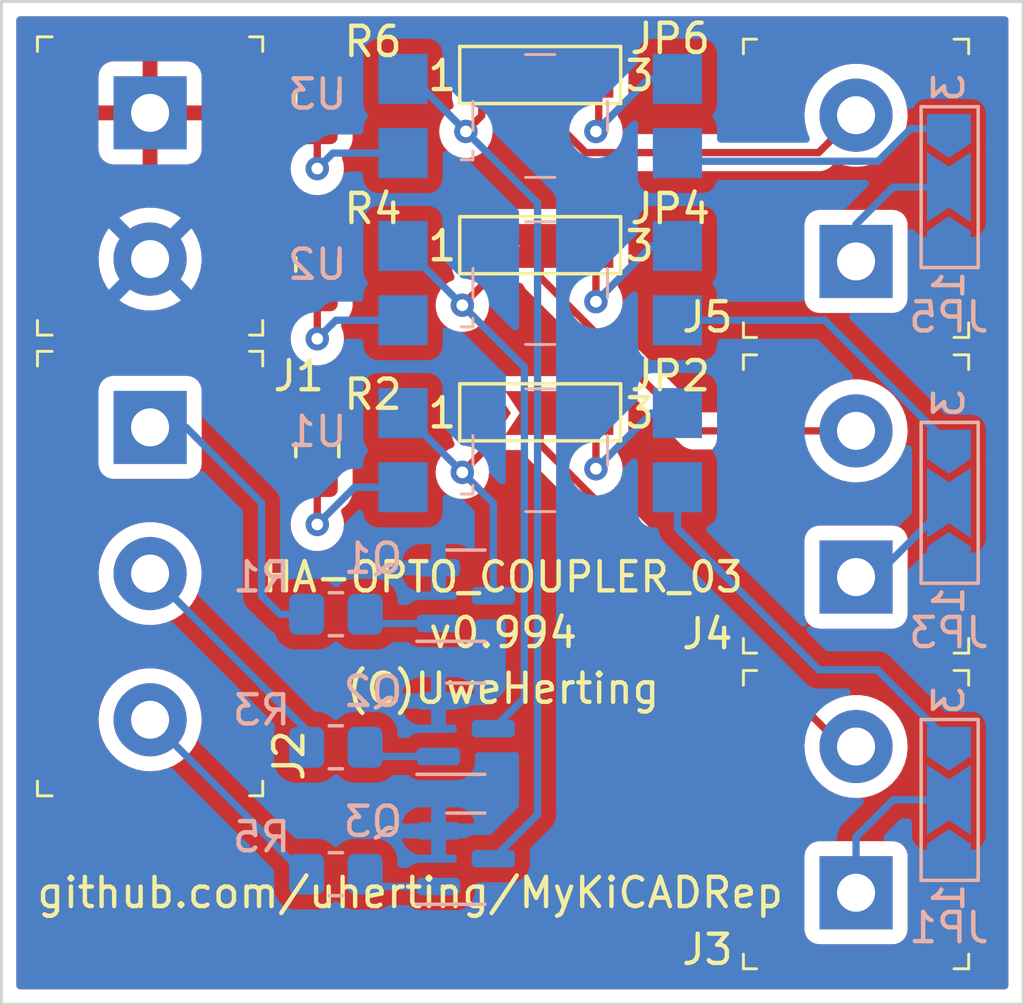
<source format=kicad_pcb>
(kicad_pcb (version 20210824) (generator pcbnew)
  (title_block (title "HA_OPTO_COUPLER_03") (date "2021-08-26") (rev "0.994"))
  (layers (0 "F.Cu" signal) (31 "B.Cu" signal) (34 "B.Paste" user) (35 "F.Paste" user) (36 "B.SilkS" user "B.Silkscreen") (37 "F.SilkS" user "F.Silkscreen") (38 "B.Mask" user) (39 "F.Mask" user) (44 "Edge.Cuts" user))
  (net 0 "")
  (net 1 "GPIO_1")
  (net 2 "GPIO_2")
  (net 3 "Net-(J3-Pad1)")
  (net 4 "Net-(J3-Pad2)")
  (net 5 "Net-(J4-Pad1)")
  (net 6 "Net-(J4-Pad2)")
  (net 7 "Net-(J5-Pad1)")
  (net 8 "Net-(J5-Pad2)")
  (net 9 "VCC")
  (net 10 "GND")
  (net 11 "Net-(JP1-Pad3)")
  (net 12 "Net-(JP2-Pad1)")
  (net 13 "Net-(JP2-Pad3)")
  (net 14 "Net-(JP3-Pad3)")
  (net 15 "Net-(JP4-Pad1)")
  (net 16 "Net-(JP4-Pad3)")
  (net 17 "Net-(JP5-Pad3)")
  (net 18 "Net-(JP6-Pad1)")
  (net 19 "Net-(JP6-Pad3)")
  (net 20 "Net-(Q3-Pad1)")
  (net 21 "Net-(Q2-Pad1)")
  (net 22 "Net-(Q1-Pad1)")
  (net 23 "Net-(R2-Pad1)")
  (net 24 "Net-(R4-Pad1)")
  (net 25 "Net-(R6-Pad1)")
  (net 26 "GPIO_3")
  (footprint "UH_HA:Copyright-Uwe_Herting" (layer "F.Cu") (at 154.305 107.315)
    (fp_text reference "T2" hide)
    (fp_text value "(C)UweHerting" (at 0 -1.27 unlocked) (layer "F.SilkS"))
  )
  (footprint "UH_HA:Term_Block_1x2_P5mm" (layer "F.Cu") (at 142.24 86.36 -90)
    (fp_text reference "J1" (at 8.995489 -5.08 180) (layer "F.SilkS"))
    (fp_text value "TerminalBlock_2pin" hide)
    (fp_line (start 7.6 3.85) (end 7.6 3.35) (layer "F.SilkS") (width 0.1))
    (fp_line (start -2.6 -3.85) (end -2.6 -3.4) (layer "F.SilkS") (width 0.1))
    (fp_line (start 7.6 3.85) (end 7.1 3.85) (layer "F.SilkS") (width 0.1))
    (fp_line (start -2.6 3.85) (end -2.1 3.85) (layer "F.SilkS") (width 0.1))
    (fp_line (start -2.6 3.85) (end -2.6 3.35) (layer "F.SilkS") (width 0.1))
    (fp_line (start 7.6 -3.85) (end 7.1 -3.85) (layer "F.SilkS") (width 0.1))
    (fp_line (start -2.6 -3.85) (end -2.1 -3.85) (layer "F.SilkS") (width 0.1))
    (fp_line (start 7.6 -3.85) (end 7.6 -3.4) (layer "F.SilkS") (width 0.1))
    (pad "1" thru_hole rect locked (at 0 0 270) (size 2.5 2.5) (drill 1.3) (layers *.Cu *.Mask) (net 9 "VCC"))
    (pad "2" thru_hole circle locked (at 5 0 270) (size 2.5 2.5) (drill 1.3) (layers *.Cu *.Mask) (net 10 "GND"))
  )
  (footprint "Resistor_SMD:R_0805_2012Metric_Pad1.20x1.40mm_HandSolder" (layer "F.Cu") (at 147.955 97.895489 90)
    (fp_text reference "R2" (at 1.905 1.905) (layer "F.SilkS"))
    (fp_text value "200" hide)
    (fp_line (start -0.227064 0.735) (end 0.227064 0.735) (layer "F.SilkS") (width 0.12))
    (fp_line (start -0.227064 -0.735) (end 0.227064 -0.735) (layer "F.SilkS") (width 0.12))
    (pad "1" smd roundrect locked (at -1 0 90) (size 1.2 1.4) (layers "F.Cu" "F.Paste" "F.Mask") (roundrect_rratio 0.2083333333) (net 23 "Net-(R2-Pad1)"))
    (pad "2" smd roundrect locked (at 1 0 90) (size 1.2 1.4) (layers "F.Cu" "F.Paste" "F.Mask") (roundrect_rratio 0.2083333333) (net 9 "VCC"))
  )
  (footprint "UH_HA:PCB_Version" (layer "F.Cu") (at 154.305 105.41)
    (fp_text reference "T4" hide)
    (fp_text value "v0.994" (at 0 -1.27 unlocked) (layer "F.SilkS"))
  )
  (footprint "Resistor_SMD:R_0805_2012Metric_Pad1.20x1.40mm_HandSolder" (layer "F.Cu") (at 147.955 85.830489 90)
    (fp_text reference "R6" (at 1.905 1.905 180) (layer "F.SilkS"))
    (fp_text value "200" hide)
    (fp_line (start -0.227064 0.735) (end 0.227064 0.735) (layer "F.SilkS") (width 0.12))
    (fp_line (start -0.227064 -0.735) (end 0.227064 -0.735) (layer "F.SilkS") (width 0.12))
    (pad "1" smd roundrect locked (at -1 0 90) (size 1.2 1.4) (layers "F.Cu" "F.Paste" "F.Mask") (roundrect_rratio 0.2083333333) (net 25 "Net-(R6-Pad1)"))
    (pad "2" smd roundrect locked (at 1 0 90) (size 1.2 1.4) (layers "F.Cu" "F.Paste" "F.Mask") (roundrect_rratio 0.2083333333) (net 9 "VCC"))
  )
  (footprint "UH_HA:Term_Block_1x2_P5mm" (layer "F.Cu") (at 166.37 113.03 90)
    (fp_text reference "J3" (at -1.945 -5.08) (layer "F.SilkS"))
    (fp_text value "TerminalBlock_2pin" hide)
    (fp_line (start -2.6 3.85) (end -2.1 3.85) (layer "F.SilkS") (width 0.1))
    (fp_line (start -2.6 -3.85) (end -2.1 -3.85) (layer "F.SilkS") (width 0.1))
    (fp_line (start 7.6 -3.85) (end 7.1 -3.85) (layer "F.SilkS") (width 0.1))
    (fp_line (start -2.6 -3.85) (end -2.6 -3.4) (layer "F.SilkS") (width 0.1))
    (fp_line (start 7.6 3.85) (end 7.1 3.85) (layer "F.SilkS") (width 0.1))
    (fp_line (start 7.6 3.85) (end 7.6 3.35) (layer "F.SilkS") (width 0.1))
    (fp_line (start 7.6 -3.85) (end 7.6 -3.4) (layer "F.SilkS") (width 0.1))
    (fp_line (start -2.6 3.85) (end -2.6 3.35) (layer "F.SilkS") (width 0.1))
    (pad "1" thru_hole rect locked (at 0 0 90) (size 2.5 2.5) (drill 1.3) (layers *.Cu *.Mask) (net 3 "Net-(J3-Pad1)"))
    (pad "2" thru_hole circle locked (at 5 0 90) (size 2.5 2.5) (drill 1.3) (layers *.Cu *.Mask) (net 4 "Net-(J3-Pad2)"))
  )
  (footprint "UH_HA:Term_Block_1x2_P5mm" (layer "F.Cu") (at 166.37 91.44 90)
    (fp_text reference "J5" (at -1.905 -5.08 180) (layer "F.SilkS"))
    (fp_text value "TerminalBlock_2pin" hide)
    (fp_line (start -2.6 3.85) (end -2.6 3.35) (layer "F.SilkS") (width 0.1))
    (fp_line (start -2.6 3.85) (end -2.1 3.85) (layer "F.SilkS") (width 0.1))
    (fp_line (start 7.6 -3.85) (end 7.1 -3.85) (layer "F.SilkS") (width 0.1))
    (fp_line (start -2.6 -3.85) (end -2.6 -3.4) (layer "F.SilkS") (width 0.1))
    (fp_line (start 7.6 3.85) (end 7.1 3.85) (layer "F.SilkS") (width 0.1))
    (fp_line (start 7.6 -3.85) (end 7.6 -3.4) (layer "F.SilkS") (width 0.1))
    (fp_line (start -2.6 -3.85) (end -2.1 -3.85) (layer "F.SilkS") (width 0.1))
    (fp_line (start 7.6 3.85) (end 7.6 3.35) (layer "F.SilkS") (width 0.1))
    (pad "1" thru_hole rect locked (at 0 0 90) (size 2.5 2.5) (drill 1.3) (layers *.Cu *.Mask) (net 7 "Net-(J5-Pad1)"))
    (pad "2" thru_hole circle locked (at 5 0 90) (size 2.5 2.5) (drill 1.3) (layers *.Cu *.Mask) (net 8 "Net-(J5-Pad2)"))
  )
  (footprint "UH_HA:Term_Block_1x3_P5mm" (layer "F.Cu") (at 142.24 97.115 -90)
    (fp_text reference "J2" (at 11.220489 -4.75 -90) (layer "F.SilkS"))
    (fp_text value "TerminalBlock_3pin" hide)
    (fp_line (start 12.6 3.85) (end 12.6 3.35) (layer "F.SilkS") (width 0.1))
    (fp_line (start -2.6 3.85) (end -2.6 3.35) (layer "F.SilkS") (width 0.1))
    (fp_line (start -2.6 -3.85) (end -2.1 -3.85) (layer "F.SilkS") (width 0.1))
    (fp_line (start -2.6 -3.85) (end -2.6 -3.4) (layer "F.SilkS") (width 0.1))
    (fp_line (start 12.6 -3.85) (end 12.1 -3.85) (layer "F.SilkS") (width 0.1))
    (fp_line (start -2.6 3.85) (end -2.1 3.85) (layer "F.SilkS") (width 0.1))
    (fp_line (start 12.6 3.85) (end 12.1 3.85) (layer "F.SilkS") (width 0.1))
    (fp_line (start 12.6 -3.85) (end 12.6 -3.4) (layer "F.SilkS") (width 0.1))
    (pad "1" thru_hole rect locked (at 0 0 270) (size 2.5 2.5) (drill 1.3) (layers *.Cu *.Mask) (net 1 "GPIO_1"))
    (pad "2" thru_hole circle locked (at 5 0 270) (size 2.5 2.5) (drill 1.3) (layers *.Cu *.Mask) (net 2 "GPIO_2"))
    (pad "3" thru_hole circle locked (at 10 0 270) (size 2.5 2.5) (drill 1.3) (layers *.Cu *.Mask) (net 26 "GPIO_3"))
  )
  (footprint "UH_HA:SolderJumper-3_P2.0mm_Open_TrianglePad1.0x1.5mm_NumberLabels" (layer "F.Cu") (at 155.575 90.910489)
    (fp_text reference "JP4" (at 4.445 -1.27) (layer "F.SilkS"))
    (fp_text value "SolderJumper_3_Open" hide)
    (fp_text user "1" (at -3.35 0) (layer "F.SilkS"))
    (fp_text user "3" (at 3.4 0) (layer "F.SilkS"))
    (fp_line (start 2.75 -1) (end 2.75 0.95) (layer "F.SilkS") (width 0.12))
    (fp_line (start -2.75 0.95) (end -2.75 -1) (layer "F.SilkS") (width 0.12))
    (fp_line (start 2.75 0.95) (end -2.75 0.95) (layer "F.SilkS") (width 0.12))
    (fp_line (start -2.75 -1) (end 2.75 -1) (layer "F.SilkS") (width 0.12))
    (pad "1" smd custom locked (at -2 0) (size 0.3 0.3) (layers "F.Cu" "F.Mask") (net 15 "Net-(JP4-Pad1)") (options (clearance outline) (anchor rect)) (primitives (gr_poly (pts (xy 1 0) (xy 0.5 0.75) (xy -0.5 0.75) (xy -0.5 -0.75) (xy 0.5 -0.75)) (width 0) (fill yes))))
    (pad "2" smd custom locked (at 0 0) (size 0.3 0.3) (layers "F.Cu") (net 6 "Net-(J4-Pad2)") (options (clearance outline) (anchor rect)) (primitives (gr_poly (pts (xy 0.7 0) (xy 1.2 0.75) (xy -1.2 0.75) (xy -0.7 0) (xy -1.2 -0.75) (xy 1.2 -0.75)) (width 0) (fill yes))))
    (pad "3" smd custom locked (at 2 0 180) (size 0.3 0.3) (layers "F.Cu" "F.Mask") (net 16 "Net-(JP4-Pad3)") (options (clearance outline) (anchor rect)) (primitives (gr_poly (pts (xy 1 0) (xy 0.5 0.75) (xy -0.5 0.75) (xy -0.5 -0.75) (xy 0.5 -0.75)) (width 0) (fill yes))))
  )
  (footprint "UH_HA:Term_Block_1x2_P5mm" (layer "F.Cu") (at 166.37 102.235 90)
    (fp_text reference "J4" (at -1.945 -5.08) (layer "F.SilkS"))
    (fp_text value "TerminalBlock_2pin" hide)
    (fp_line (start 7.6 -3.85) (end 7.6 -3.4) (layer "F.SilkS") (width 0.1))
    (fp_line (start -2.6 3.85) (end -2.1 3.85) (layer "F.SilkS") (width 0.1))
    (fp_line (start -2.6 -3.85) (end -2.1 -3.85) (layer "F.SilkS") (width 0.1))
    (fp_line (start 7.6 3.85) (end 7.6 3.35) (layer "F.SilkS") (width 0.1))
    (fp_line (start -2.6 3.85) (end -2.6 3.35) (layer "F.SilkS") (width 0.1))
    (fp_line (start 7.6 3.85) (end 7.1 3.85) (layer "F.SilkS") (width 0.1))
    (fp_line (start -2.6 -3.85) (end -2.6 -3.4) (layer "F.SilkS") (width 0.1))
    (fp_line (start 7.6 -3.85) (end 7.1 -3.85) (layer "F.SilkS") (width 0.1))
    (pad "1" thru_hole rect locked (at 0 0 90) (size 2.5 2.5) (drill 1.3) (layers *.Cu *.Mask) (net 5 "Net-(J4-Pad1)"))
    (pad "2" thru_hole circle locked (at 5 0 90) (size 2.5 2.5) (drill 1.3) (layers *.Cu *.Mask) (net 6 "Net-(J4-Pad2)"))
  )
  (footprint "UH_HA:GithubLink_UH" (layer "F.Cu") (at 151.13 114.3)
    (fp_text reference "T3" hide)
    (fp_text value "github.com/uherting/MyKiCADRep" (at 0 -1.27 unlocked) (layer "F.SilkS"))
  )
  (footprint "UH_HA:SolderJumper-3_P2.0mm_Open_TrianglePad1.0x1.5mm_NumberLabels" (layer "F.Cu") (at 155.575 85.09)
    (fp_text reference "JP6" (at 4.445 -1.27) (layer "F.SilkS"))
    (fp_text value "SolderJumper_3_Open" hide)
    (fp_text user "1" (at -3.35 0) (layer "F.SilkS"))
    (fp_text user "3" (at 3.4 0) (layer "F.SilkS"))
    (fp_line (start -2.75 -1) (end 2.75 -1) (layer "F.SilkS") (width 0.12))
    (fp_line (start -2.75 0.95) (end -2.75 -1) (layer "F.SilkS") (width 0.12))
    (fp_line (start 2.75 0.95) (end -2.75 0.95) (layer "F.SilkS") (width 0.12))
    (fp_line (start 2.75 -1) (end 2.75 0.95) (layer "F.SilkS") (width 0.12))
    (pad "1" smd custom locked (at -2 0) (size 0.3 0.3) (layers "F.Cu" "F.Mask") (net 18 "Net-(JP6-Pad1)") (options (clearance outline) (anchor rect)) (primitives (gr_poly (pts (xy 1 0) (xy 0.5 0.75) (xy -0.5 0.75) (xy -0.5 -0.75) (xy 0.5 -0.75)) (width 0) (fill yes))))
    (pad "2" smd custom locked (at 0 0) (size 0.3 0.3) (layers "F.Cu") (net 8 "Net-(J5-Pad2)") (options (clearance outline) (anchor rect)) (primitives (gr_poly (pts (xy 0.7 0) (xy 1.2 0.75) (xy -1.2 0.75) (xy -0.7 0) (xy -1.2 -0.75) (xy 1.2 -0.75)) (width 0) (fill yes))))
    (pad "3" smd custom locked (at 2 0 180) (size 0.3 0.3) (layers "F.Cu" "F.Mask") (net 19 "Net-(JP6-Pad3)") (options (clearance outline) (anchor rect)) (primitives (gr_poly (pts (xy 1 0) (xy 0.5 0.75) (xy -0.5 0.75) (xy -0.5 -0.75) (xy 0.5 -0.75)) (width 0) (fill yes))))
  )
  (footprint "UH_HA:PCB_Name" (layer "F.Cu") (at 154.305 103.505)
    (fp_text reference "T1" hide)
    (fp_text value "HA-OPTO_COUPLER_03" (at 0 -1.27 unlocked) (layer "F.SilkS") (effects (font (size 1 0.95))))
  )
  (footprint "UH_HA:SolderJumper-3_P2.0mm_Open_TrianglePad1.0x1.5mm_NumberLabels" (layer "F.Cu") (at 155.575 96.625489)
    (fp_text reference "JP2" (at 4.445 -1.27) (layer "F.SilkS"))
    (fp_text value "SolderJumper_3_Open" hide)
    (fp_text user "1" (at -3.35 0) (layer "F.SilkS"))
    (fp_text user "3" (at 3.4 0) (layer "F.SilkS"))
    (fp_line (start -2.75 0.95) (end -2.75 -1) (layer "F.SilkS") (width 0.12))
    (fp_line (start 2.75 0.95) (end -2.75 0.95) (layer "F.SilkS") (width 0.12))
    (fp_line (start 2.75 -1) (end 2.75 0.95) (layer "F.SilkS") (width 0.12))
    (fp_line (start -2.75 -1) (end 2.75 -1) (layer "F.SilkS") (width 0.12))
    (pad "1" smd custom locked (at -2 0) (size 0.3 0.3) (layers "F.Cu" "F.Mask") (net 12 "Net-(JP2-Pad1)") (options (clearance outline) (anchor rect)) (primitives (gr_poly (pts (xy 1 0) (xy 0.5 0.75) (xy -0.5 0.75) (xy -0.5 -0.75) (xy 0.5 -0.75)) (width 0) (fill yes))))
    (pad "2" smd custom locked (at 0 0) (size 0.3 0.3) (layers "F.Cu") (net 4 "Net-(J3-Pad2)") (options (clearance outline) (anchor rect)) (primitives (gr_poly (pts (xy 0.7 0) (xy 1.2 0.75) (xy -1.2 0.75) (xy -0.7 0) (xy -1.2 -0.75) (xy 1.2 -0.75)) (width 0) (fill yes))))
    (pad "3" smd custom locked (at 2 0 180) (size 0.3 0.3) (layers "F.Cu" "F.Mask") (net 13 "Net-(JP2-Pad3)") (options (clearance outline) (anchor rect)) (primitives (gr_poly (pts (xy 1 0) (xy 0.5 0.75) (xy -0.5 0.75) (xy -0.5 -0.75) (xy 0.5 -0.75)) (width 0) (fill yes))))
  )
  (footprint "Resistor_SMD:R_0805_2012Metric_Pad1.20x1.40mm_HandSolder" (layer "F.Cu") (at 147.955 91.545489 90)
    (fp_text reference "R4" (at 1.905 1.905) (layer "F.SilkS"))
    (fp_text value "200" hide)
    (fp_line (start -0.227064 0.735) (end 0.227064 0.735) (layer "F.SilkS") (width 0.12))
    (fp_line (start -0.227064 -0.735) (end 0.227064 -0.735) (layer "F.SilkS") (width 0.12))
    (pad "1" smd roundrect locked (at -1 0 90) (size 1.2 1.4) (layers "F.Cu" "F.Paste" "F.Mask") (roundrect_rratio 0.2083333333) (net 24 "Net-(R4-Pad1)"))
    (pad "2" smd roundrect locked (at 1 0 90) (size 1.2 1.4) (layers "F.Cu" "F.Paste" "F.Mask") (roundrect_rratio 0.2083333333) (net 9 "VCC"))
  )
  (footprint "UH_HA:EL817-S1T" (layer "B.Cu") (at 155.575 92.180489)
    (fp_text reference "U2" (at -7.62 -0.635 180) (layer "B.SilkS") (effects (justify mirror)))
    (fp_text value "EL817" hide)
    (fp_line (start 0 2.1) (end 0.5 2.1) (layer "B.SilkS") (width 0.1))
    (fp_line (start 2.3 0) (end 2.3 0.5) (layer "B.SilkS") (width 0.1))
    (fp_line (start 0 2.1) (end -0.5 2.1) (layer "B.SilkS") (width 0.1))
    (fp_line (start -2.3 1.5) (end -2.3 1.2) (layer "B.SilkS") (width 0.1))
    (fp_line (start 2.3 0) (end 2.3 -0.5) (layer "B.SilkS") (width 0.1))
    (fp_line (start -2.3 0) (end -2.3 0.5) (layer "B.SilkS") (width 0.1))
    (fp_line (start -2.3 0) (end -2.3 -0.5) (layer "B.SilkS") (width 0.1))
    (fp_line (start -2.7 1.5) (end -2.3 1.5) (layer "B.SilkS") (width 0.1))
    (fp_line (start 0 -2.1) (end -0.5 -2.1) (layer "B.SilkS") (width 0.1))
    (fp_line (start 0 -2.1) (end 0.5 -2.1) (layer "B.SilkS") (width 0.1))
    (pad "1" smd rect locked (at -4.69 1.27) (size 1.68 1.71) (layers "B.Cu" "B.Paste" "B.Mask") (net 24 "Net-(R4-Pad1)"))
    (pad "2" smd rect locked (at -4.69 -1.27) (size 1.68 1.71) (layers "B.Cu" "B.Paste" "B.Mask") (net 15 "Net-(JP4-Pad1)"))
    (pad "3" smd rect locked (at 4.69 -1.27) (size 1.68 1.71) (layers "B.Cu" "B.Paste" "B.Mask") (net 16 "Net-(JP4-Pad3)"))
    (pad "4" smd rect locked (at 4.69 1.27) (size 1.68 1.71) (layers "B.Cu" "B.Paste" "B.Mask") (net 14 "Net-(JP3-Pad3)"))
  )
  (footprint "Resistor_SMD:R_0805_2012Metric_Pad1.20x1.40mm_HandSolder" (layer "B.Cu") (at 148.59 103.505)
    (fp_text reference "R1" (at -2.54 -1.27) (layer "B.SilkS") (effects (justify mirror)))
    (fp_text value "15k" hide)
    (fp_line (start -0.227064 0.735) (end 0.227064 0.735) (layer "B.SilkS") (width 0.12))
    (fp_line (start -0.227064 -0.735) (end 0.227064 -0.735) (layer "B.SilkS") (width 0.12))
    (pad "1" smd roundrect locked (at -1 0) (size 1.2 1.4) (layers "B.Cu" "B.Paste" "B.Mask") (roundrect_rratio 0.2083333333) (net 1 "GPIO_1"))
    (pad "2" smd roundrect locked (at 1 0) (size 1.2 1.4) (layers "B.Cu" "B.Paste" "B.Mask") (roundrect_rratio 0.2083333333) (net 22 "Net-(Q1-Pad1)"))
  )
  (footprint "UH_HA:EL817-S1T" (layer "B.Cu") (at 155.575 97.895489)
    (fp_text reference "U1" (at -7.62 -0.635 180) (layer "B.SilkS") (effects (justify mirror)))
    (fp_text value "EL817" hide)
    (fp_line (start 0 2.1) (end 0.5 2.1) (layer "B.SilkS") (width 0.1))
    (fp_line (start 0 -2.1) (end 0.5 -2.1) (layer "B.SilkS") (width 0.1))
    (fp_line (start -2.3 0) (end -2.3 0.5) (layer "B.SilkS") (width 0.1))
    (fp_line (start -2.3 1.5) (end -2.3 1.2) (layer "B.SilkS") (width 0.1))
    (fp_line (start -2.7 1.5) (end -2.3 1.5) (layer "B.SilkS") (width 0.1))
    (fp_line (start 2.3 0) (end 2.3 0.5) (layer "B.SilkS") (width 0.1))
    (fp_line (start 0 2.1) (end -0.5 2.1) (layer "B.SilkS") (width 0.1))
    (fp_line (start -2.3 0) (end -2.3 -0.5) (layer "B.SilkS") (width 0.1))
    (fp_line (start 0 -2.1) (end -0.5 -2.1) (layer "B.SilkS") (width 0.1))
    (fp_line (start 2.3 0) (end 2.3 -0.5) (layer "B.SilkS") (width 0.1))
    (pad "1" smd rect locked (at -4.69 1.27) (size 1.68 1.71) (layers "B.Cu" "B.Paste" "B.Mask") (net 23 "Net-(R2-Pad1)"))
    (pad "2" smd rect locked (at -4.69 -1.27) (size 1.68 1.71) (layers "B.Cu" "B.Paste" "B.Mask") (net 12 "Net-(JP2-Pad1)"))
    (pad "3" smd rect locked (at 4.69 -1.27) (size 1.68 1.71) (layers "B.Cu" "B.Paste" "B.Mask") (net 13 "Net-(JP2-Pad3)"))
    (pad "4" smd rect locked (at 4.69 1.27) (size 1.68 1.71) (layers "B.Cu" "B.Paste" "B.Mask") (net 11 "Net-(JP1-Pad3)"))
  )
  (footprint "UH_HA:SolderJumper-3_P2.0mm_Open_TrianglePad1.0x1.5mm_NumberLabels" (layer "B.Cu") (at 169.545 99.695 90)
    (fp_text reference "JP3" (at -4.445 0) (layer "B.SilkS") (effects (justify mirror)))
    (fp_text value "SolderJumper_3_Open" hide)
    (fp_text user "1" (at -3.35 0 90) (layer "B.SilkS") (effects (justify mirror)))
    (fp_text user "3" (at 3.4 0 90) (layer "B.SilkS") (effects (justify mirror)))
    (fp_line (start -2.75 -0.95) (end -2.75 1) (layer "B.SilkS") (width 0.12))
    (fp_line (start -2.75 1) (end 2.75 1) (layer "B.SilkS") (width 0.12))
    (fp_line (start 2.75 1) (end 2.75 -0.95) (layer "B.SilkS") (width 0.12))
    (fp_line (start 2.75 -0.95) (end -2.75 -0.95) (layer "B.SilkS") (width 0.12))
    (pad "1" smd custom locked (at -2 0 90) (size 0.3 0.3) (layers "B.Cu" "B.Mask") (net 10 "GND") (options (clearance outline) (anchor rect)) (primitives (gr_poly (pts (xy 1 0) (xy 0.5 0.75) (xy -0.5 0.75) (xy -0.5 -0.75) (xy 0.5 -0.75)) (width 0) (fill yes))))
    (pad "2" smd custom locked (at 0 0 90) (size 0.3 0.3) (layers "B.Cu") (net 5 "Net-(J4-Pad1)") (options (clearance outline) (anchor rect)) (primitives (gr_poly (pts (xy 0.7 0) (xy 1.2 0.75) (xy -1.2 0.75) (xy -0.7 0) (xy -1.2 -0.75) (xy 1.2 -0.75)) (width 0) (fill yes))))
    (pad "3" smd custom locked (at 2 0 270) (size 0.3 0.3) (layers "B.Cu" "B.Mask") (net 14 "Net-(JP3-Pad3)") (options (clearance outline) (anchor rect)) (primitives (gr_poly (pts (xy 1 0) (xy 0.5 0.75) (xy -0.5 0.75) (xy -0.5 -0.75) (xy 0.5 -0.75)) (width 0) (fill yes))))
  )
  (footprint "Resistor_SMD:R_0805_2012Metric_Pad1.20x1.40mm_HandSolder" (layer "B.Cu") (at 148.59 108.055489)
    (fp_text reference "R3" (at -2.54 -1.27) (layer "B.SilkS") (effects (justify mirror)))
    (fp_text value "15k" hide)
    (fp_line (start -0.227064 0.735) (end 0.227064 0.735) (layer "B.SilkS") (width 0.12))
    (fp_line (start -0.227064 -0.735) (end 0.227064 -0.735) (layer "B.SilkS") (width 0.12))
    (pad "1" smd roundrect locked (at -1 0) (size 1.2 1.4) (layers "B.Cu" "B.Paste" "B.Mask") (roundrect_rratio 0.2083333333) (net 2 "GPIO_2"))
    (pad "2" smd roundrect locked (at 1 0) (size 1.2 1.4) (layers "B.Cu" "B.Paste" "B.Mask") (roundrect_rratio 0.2083333333) (net 21 "Net-(Q2-Pad1)"))
  )
  (footprint "UH_HA:SOT-23" (layer "B.Cu") (at 153.035 107.420489)
    (fp_text reference "Q2" (at -3.175 -1.27 180) (layer "B.SilkS") (effects (justify mirror)))
    (fp_text value "MMBT3904" hide)
    (fp_line (start 0 1.56) (end -1.675 1.56) (layer "B.SilkS") (width 0.12))
    (fp_line (start 0 1.56) (end 0.65 1.56) (layer "B.SilkS") (width 0.12))
    (fp_line (start 0 -1.56) (end -0.65 -1.56) (layer "B.SilkS") (width 0.12))
    (fp_line (start 0 -1.56) (end 0.65 -1.56) (layer "B.SilkS") (width 0.12))
    (pad "1" smd roundrect locked (at -0.9375 0.95) (size 1.475 0.6) (layers "B.Cu" "B.Paste" "B.Mask") (net 21 "Net-(Q2-Pad1)"))
    (pad "2" smd roundrect locked (at -0.9375 -0.95) (size 1.475 0.6) (layers "B.Cu" "B.Paste" "B.Mask") (net 10 "GND"))
    (pad "3" smd roundrect locked (at 0.9375 0) (size 1.475 0.6) (layers "B.Cu" "B.Paste" "B.Mask") (net 15 "Net-(JP4-Pad1)"))
  )
  (footprint "UH_HA:SolderJumper-3_P2.0mm_Open_TrianglePad1.0x1.5mm_NumberLabels" (layer "B.Cu") (at 169.545 88.9 90)
    (fp_text reference "JP5" (at -4.445 0) (layer "B.SilkS") (effects (justify mirror)))
    (fp_text value "SolderJumper_3_Open" hide)
    (fp_text user "1" (at -3.35 0 90) (layer "B.SilkS") (effects (justify mirror)))
    (fp_text user "3" (at 3.4 0 90) (layer "B.SilkS") (effects (justify mirror)))
    (fp_line (start -2.75 -0.95) (end -2.75 1) (layer "B.SilkS") (width 0.12))
    (fp_line (start 2.75 -0.95) (end -2.75 -0.95) (layer "B.SilkS") (width 0.12))
    (fp_line (start 2.75 1) (end 2.75 -0.95) (layer "B.SilkS") (width 0.12))
    (fp_line (start -2.75 1) (end 2.75 1) (layer "B.SilkS") (width 0.12))
    (pad "1" smd custom locked (at -2 0 90) (size 0.3 0.3) (layers "B.Cu" "B.Mask") (net 10 "GND") (options (clearance outline) (anchor rect)) (primitives (gr_poly (pts (xy 1 0) (xy 0.5 0.75) (xy -0.5 0.75) (xy -0.5 -0.75) (xy 0.5 -0.75)) (width 0) (fill yes))))
    (pad "2" smd custom locked (at 0 0 90) (size 0.3 0.3) (layers "B.Cu") (net 7 "Net-(J5-Pad1)") (options (clearance outline) (anchor rect)) (primitives (gr_poly (pts (xy 0.7 0) (xy 1.2 0.75) (xy -1.2 0.75) (xy -0.7 0) (xy -1.2 -0.75) (xy 1.2 -0.75)) (width 0) (fill yes))))
    (pad "3" smd custom locked (at 2 0 270) (size 0.3 0.3) (layers "B.Cu" "B.Mask") (net 17 "Net-(JP5-Pad3)") (options (clearance outline) (anchor rect)) (primitives (gr_poly (pts (xy 1 0) (xy 0.5 0.75) (xy -0.5 0.75) (xy -0.5 -0.75) (xy 0.5 -0.75)) (width 0) (fill yes))))
  )
  (footprint "UH_HA:SOT-23" (layer "B.Cu") (at 153.035 111.865489)
    (fp_text reference "Q3" (at -3.175 -1.27) (layer "B.SilkS") (effects (justify mirror)))
    (fp_text value "MMBT3904" hide)
    (fp_line (start 0 -1.56) (end -0.65 -1.56) (layer "B.SilkS") (width 0.12))
    (fp_line (start 0 1.56) (end 0.65 1.56) (layer "B.SilkS") (width 0.12))
    (fp_line (start 0 -1.56) (end 0.65 -1.56) (layer "B.SilkS") (width 0.12))
    (fp_line (start 0 1.56) (end -1.675 1.56) (layer "B.SilkS") (width 0.12))
    (pad "1" smd roundrect locked (at -0.9375 0.95) (size 1.475 0.6) (layers "B.Cu" "B.Paste" "B.Mask") (net 20 "Net-(Q3-Pad1)"))
    (pad "2" smd roundrect locked (at -0.9375 -0.95) (size 1.475 0.6) (layers "B.Cu" "B.Paste" "B.Mask") (net 10 "GND"))
    (pad "3" smd roundrect locked (at 0.9375 0) (size 1.475 0.6) (layers "B.Cu" "B.Paste" "B.Mask") (net 18 "Net-(JP6-Pad1)"))
  )
  (footprint "UH_HA:EL817-S1T" (layer "B.Cu") (at 155.575 86.465489)
    (fp_text reference "U3" (at -7.62 -0.740489) (layer "B.SilkS") (effects (justify mirror)))
    (fp_text value "EL817" hide)
    (fp_line (start 2.3 0) (end 2.3 0.5) (layer "B.SilkS") (width 0.1))
    (fp_line (start -2.3 1.5) (end -2.3 1.2) (layer "B.SilkS") (width 0.1))
    (fp_line (start 0 2.1) (end -0.5 2.1) (layer "B.SilkS") (width 0.1))
    (fp_line (start -2.7 1.5) (end -2.3 1.5) (layer "B.SilkS") (width 0.1))
    (fp_line (start 0 -2.1) (end 0.5 -2.1) (layer "B.SilkS") (width 0.1))
    (fp_line (start -2.3 0) (end -2.3 -0.5) (layer "B.SilkS") (width 0.1))
    (fp_line (start 0 -2.1) (end -0.5 -2.1) (layer "B.SilkS") (width 0.1))
    (fp_line (start -2.3 0) (end -2.3 0.5) (layer "B.SilkS") (width 0.1))
    (fp_line (start 0 2.1) (end 0.5 2.1) (layer "B.SilkS") (width 0.1))
    (fp_line (start 2.3 0) (end 2.3 -0.5) (layer "B.SilkS") (width 0.1))
    (pad "1" smd rect locked (at -4.69 1.27) (size 1.68 1.71) (layers "B.Cu" "B.Paste" "B.Mask") (net 25 "Net-(R6-Pad1)"))
    (pad "2" smd rect locked (at -4.69 -1.27) (size 1.68 1.71) (layers "B.Cu" "B.Paste" "B.Mask") (net 18 "Net-(JP6-Pad1)"))
    (pad "3" smd rect locked (at 4.69 -1.27) (size 1.68 1.71) (layers "B.Cu" "B.Paste" "B.Mask") (net 19 "Net-(JP6-Pad3)"))
    (pad "4" smd rect locked (at 4.69 1.27) (size 1.68 1.71) (layers "B.Cu" "B.Paste" "B.Mask") (net 17 "Net-(JP5-Pad3)"))
  )
  (footprint "UH_HA:SOT-23" (layer "B.Cu") (at 153.035 102.87)
    (fp_text reference "Q1" (at -3.175 -1.27 180) (layer "B.SilkS") (effects (justify mirror)))
    (fp_text value "MMBT3904" hide)
    (fp_line (start 0 -1.56) (end -0.65 -1.56) (layer "B.SilkS") (width 0.12))
    (fp_line (start 0 1.56) (end 0.65 1.56) (layer "B.SilkS") (width 0.12))
    (fp_line (start 0 1.56) (end -1.675 1.56) (layer "B.SilkS") (width 0.12))
    (fp_line (start 0 -1.56) (end 0.65 -1.56) (layer "B.SilkS") (width 0.12))
    (pad "1" smd roundrect locked (at -0.9375 0.95) (size 1.475 0.6) (layers "B.Cu" "B.Paste" "B.Mask") (net 22 "Net-(Q1-Pad1)"))
    (pad "2" smd roundrect locked (at -0.9375 -0.95) (size 1.475 0.6) (layers "B.Cu" "B.Paste" "B.Mask") (net 10 "GND"))
    (pad "3" smd roundrect locked (at 0.9375 0) (size 1.475 0.6) (layers "B.Cu" "B.Paste" "B.Mask") (net 12 "Net-(JP2-Pad1)"))
  )
  (footprint "Resistor_SMD:R_0805_2012Metric_Pad1.20x1.40mm_HandSolder" (layer "B.Cu") (at 148.59 112.395)
    (fp_text reference "R5" (at -2.54 -1.27) (layer "B.SilkS") (effects (justify mirror)))
    (fp_text value "15k" hide)
    (fp_line (start -0.227064 -0.735) (end 0.227064 -0.735) (layer "B.SilkS") (width 0.12))
    (fp_line (start -0.227064 0.735) (end 0.227064 0.735) (layer "B.SilkS") (width 0.12))
    (pad "1" smd roundrect locked (at -1 0) (size 1.2 1.4) (layers "B.Cu" "B.Paste" "B.Mask") (roundrect_rratio 0.2083333333) (net 26 "GPIO_3"))
    (pad "2" smd roundrect locked (at 1 0) (size 1.2 1.4) (layers "B.Cu" "B.Paste" "B.Mask") (roundrect_rratio 0.2083333333) (net 20 "Net-(Q3-Pad1)"))
  )
  (footprint "UH_HA:SolderJumper-3_P2.0mm_Open_TrianglePad1.0x1.5mm_NumberLabels" (layer "B.Cu") (at 169.545 109.855 90)
    (fp_text reference "JP1" (at -4.375 0) (layer "B.SilkS") (effects (justify mirror)))
    (fp_text value "SolderJumper_3_Open" hide)
    (fp_text user "1" (at -3.35 0 90) (layer "B.SilkS") (effects (justify mirror)))
    (fp_text user "3" (at 3.4 0 90) (layer "B.SilkS") (effects (justify mirror)))
    (fp_line (start 2.75 -0.95) (end -2.75 -0.95) (layer "B.SilkS") (width 0.12))
    (fp_line (start -2.75 -0.95) (end -2.75 1) (layer "B.SilkS") (width 0.12))
    (fp_line (start -2.75 1) (end 2.75 1) (layer "B.SilkS") (width 0.12))
    (fp_line (start 2.75 1) (end 2.75 -0.95) (layer "B.SilkS") (width 0.12))
    (pad "1" smd custom locked (at -2 0 90) (size 0.3 0.3) (layers "B.Cu" "B.Mask") (net 10 "GND") (options (clearance outline) (anchor rect)) (primitives (gr_poly (pts (xy 1 0) (xy 0.5 0.75) (xy -0.5 0.75) (xy -0.5 -0.75) (xy 0.5 -0.75)) (width 0) (fill yes))))
    (pad "2" smd custom locked (at 0 0 90) (size 0.3 0.3) (layers "B.Cu") (net 3 "Net-(J3-Pad1)") (options (clearance outline) (anchor rect)) (primitives (gr_poly (pts (xy 0.7 0) (xy 1.2 0.75) (xy -1.2 0.75) (xy -0.7 0) (xy -1.2 -0.75) (xy 1.2 -0.75)) (width 0) (fill yes))))
    (pad "3" smd custom locked (at 2 0 270) (size 0.3 0.3) (layers "B.Cu" "B.Mask") (net 11 "Net-(JP1-Pad3)") (options (clearance outline) (anchor rect)) (primitives (gr_poly (pts (xy 1 0) (xy 0.5 0.75) (xy -0.5 0.75) (xy -0.5 -0.75) (xy 0.5 -0.75)) (width 0) (fill yes))))
  )
  (gr_line (start 172.085 116.84) (end 137.16 116.84) (layer "Edge.Cuts") (width 0.1))
  (gr_line (start 137.16 82.55) (end 172.085 82.55) (layer "Edge.Cuts") (width 0.1))
  (gr_line (start 172.085 82.55) (end 172.085 116.84) (layer "Edge.Cuts") (width 0.1))
  (gr_line (start 137.16 116.84) (end 137.16 82.55) (layer "Edge.Cuts") (width 0.1))
  (segment (start 146.05 102.87) (end 146.05 99.695) (width 0.25) (layer "B.Cu") (net 1))
  (segment (start 147.59 103.505) (end 146.685 103.505) (width 0.25) (layer "B.Cu") (net 1))
  (segment (start 146.05 99.695) (end 143.47 97.115) (width 0.25) (layer "B.Cu") (net 1))
  (segment (start 143.47 97.115) (end 142.24 97.115) (width 0.25) (layer "B.Cu") (net 1))
  (segment (start 146.685 103.505) (end 146.05 102.87) (width 0.25) (layer "B.Cu") (net 1))
  (segment (start 147.59 107.465) (end 142.24 102.115) (width 0.25) (layer "B.Cu") (net 2))
  (segment (start 147.59 108.055489) (end 147.59 107.465) (width 0.25) (layer "B.Cu") (net 2))
  (segment (start 167.64 109.855) (end 166.37 111.125) (width 0.25) (layer "B.Cu") (net 3))
  (segment (start 166.37 111.125) (end 166.37 113.03) (width 0.25) (layer "B.Cu") (net 3))
  (segment (start 169.545 109.855) (end 167.64 109.855) (width 0.25) (layer "B.Cu") (net 3))
  (segment (start 165.907234 108.03) (end 166.37 108.03) (width 0.25) (layer "F.Cu") (net 4))
  (segment (start 155.575 96.625489) (end 155.575 97.697766) (width 0.25) (layer "F.Cu") (net 4))
  (segment (start 155.575 97.697766) (end 165.907234 108.03) (width 0.25) (layer "F.Cu") (net 4))
  (segment (start 169.545 99.695) (end 167.005 102.235) (width 0.25) (layer "B.Cu") (net 5))
  (segment (start 167.005 102.235) (end 166.37 102.235) (width 0.25) (layer "B.Cu") (net 5))
  (segment (start 155.575 91.982766) (end 160.827234 97.235) (width 0.25) (layer "F.Cu") (net 6))
  (segment (start 160.827234 97.235) (end 166.37 97.235) (width 0.25) (layer "F.Cu") (net 6))
  (segment (start 155.575 90.910489) (end 155.575 91.982766) (width 0.25) (layer "F.Cu") (net 6))
  (segment (start 167.64 88.9) (end 166.37 90.17) (width 0.25) (layer "B.Cu") (net 7))
  (segment (start 169.545 88.9) (end 167.64 88.9) (width 0.25) (layer "B.Cu") (net 7))
  (segment (start 166.37 90.17) (end 166.37 91.44) (width 0.25) (layer "B.Cu") (net 7))
  (segment (start 155.575 85.09) (end 155.575 86.162277) (width 0.25) (layer "F.Cu") (net 8))
  (segment (start 157.132234 87.719511) (end 165.090489 87.719511) (width 0.25) (layer "F.Cu") (net 8))
  (segment (start 165.090489 87.719511) (end 166.37 86.44) (width 0.25) (layer "F.Cu") (net 8))
  (segment (start 155.575 86.162277) (end 157.132234 87.719511) (width 0.25) (layer "F.Cu") (net 8))
  (segment (start 165.1 105.41) (end 167.1 105.41) (width 0.25) (layer "B.Cu") (net 11))
  (segment (start 160.265 99.165489) (end 160.265 100.575) (width 0.25) (layer "B.Cu") (net 11))
  (segment (start 167.1 105.41) (end 169.545 107.855) (width 0.25) (layer "B.Cu") (net 11))
  (segment (start 160.265 100.575) (end 165.1 105.41) (width 0.25) (layer "B.Cu") (net 11))
  (segment (start 153.575 97.990489) (end 152.9125 98.652989) (width 0.25) (layer "F.Cu") (net 12))
  (segment (start 153.575 96.625489) (end 153.575 97.990489) (width 0.25) (layer "F.Cu") (net 12))
  (via (at 152.9125 98.652989) (size 0.8) (drill 0.4) (layers "F.Cu" "B.Cu") (net 12))
  (segment (start 153.9725 102.87) (end 153.9725 99.712989) (width 0.25) (layer "B.Cu") (net 12))
  (segment (start 153.9725 99.712989) (end 152.9125 98.652989) (width 0.25) (layer "B.Cu") (net 12))
  (segment (start 152.9125 98.652989) (end 150.885 96.625489) (width 0.25) (layer "B.Cu") (net 12))
  (segment (start 157.48 98.530489) (end 157.48 96.720489) (width 0.25) (layer "F.Cu") (net 13))
  (segment (start 157.48 96.720489) (end 157.575 96.625489) (width 0.25) (layer "F.Cu") (net 13))
  (via (at 157.48 98.530489) (size 0.8) (drill 0.4) (layers "F.Cu" "B.Cu") (net 13))
  (segment (start 160.265 96.625489) (end 159.385 96.625489) (width 0.25) (layer "B.Cu") (net 13))
  (segment (start 159.385 96.625489) (end 157.48 98.530489) (width 0.25) (layer "B.Cu") (net 13))
  (segment (start 160.265 93.450489) (end 165.300489 93.450489) (width 0.25) (layer "B.Cu") (net 14))
  (segment (start 165.300489 93.450489) (end 169.545 97.695) (width 0.25) (layer "B.Cu") (net 14))
  (segment (start 153.575 90.910489) (end 153.575 92.275489) (width 0.25) (layer "F.Cu") (net 15))
  (segment (start 153.575 92.275489) (end 152.9125 92.937989) (width 0.25) (layer "F.Cu") (net 15))
  (via (at 152.9125 92.937989) (size 0.8) (drill 0.4) (layers "F.Cu" "B.Cu") (net 15))
  (segment (start 155.03452 106.358469) (end 155.03452 95.060009) (width 0.25) (layer "B.Cu") (net 15))
  (segment (start 155.03452 95.060009) (end 152.9125 92.937989) (width 0.25) (layer "B.Cu") (net 15))
  (segment (start 152.9125 92.937989) (end 150.885 90.910489) (width 0.25) (layer "B.Cu") (net 15))
  (segment (start 153.9725 107.420489) (end 155.03452 106.358469) (width 0.25) (layer "B.Cu") (net 15))
  (segment (start 157.48 91.005489) (end 157.575 90.910489) (width 0.25) (layer "F.Cu") (net 16))
  (segment (start 157.48 92.815489) (end 157.48 91.005489) (width 0.25) (layer "F.Cu") (net 16))
  (via (at 157.48 92.815489) (size 0.8) (drill 0.4) (layers "F.Cu" "B.Cu") (net 16))
  (segment (start 160.265 90.910489) (end 159.385 90.910489) (width 0.25) (layer "B.Cu") (net 16))
  (segment (start 159.385 90.910489) (end 157.48 92.815489) (width 0.25) (layer "B.Cu") (net 16))
  (segment (start 169.545 86.9) (end 168.240277 86.9) (width 0.25) (layer "B.Cu") (net 17))
  (segment (start 167.125766 88.014511) (end 160.544022 88.014511) (width 0.25) (layer "B.Cu") (net 17))
  (segment (start 160.544022 88.014511) (end 160.265 87.735489) (width 0.25) (layer "B.Cu") (net 17))
  (segment (start 168.240277 86.9) (end 167.125766 88.014511) (width 0.25) (layer "B.Cu") (net 17))
  (segment (start 153.575 86.455) (end 153.035 86.995) (width 0.25) (layer "F.Cu") (net 18))
  (segment (start 153.575 85.09) (end 153.575 86.455) (width 0.25) (layer "F.Cu") (net 18))
  (via (at 153.035 86.995) (size 0.8) (drill 0.4) (layers "F.Cu" "B.Cu") (net 18))
  (segment (start 150.885 85.195489) (end 151.235489 85.195489) (width 0.25) (layer "B.Cu") (net 18))
  (segment (start 155.48404 110.353949) (end 153.9725 111.865489) (width 0.25) (layer "B.Cu") (net 18))
  (segment (start 151.235489 85.195489) (end 153.035 86.995) (width 0.25) (layer "B.Cu") (net 18))
  (segment (start 155.48404 110.353949) (end 155.48404 89.44404) (width 0.25) (layer "B.Cu") (net 18))
  (segment (start 155.48404 89.44404) (end 153.035 86.995) (width 0.25) (layer "B.Cu") (net 18))
  (segment (start 157.575 85.09) (end 157.575 86.9) (width 0.25) (layer "F.Cu") (net 19))
  (segment (start 157.575 86.9) (end 157.48 86.995) (width 0.25) (layer "F.Cu") (net 19))
  (via (at 157.48 86.995) (size 0.8) (drill 0.4) (layers "F.Cu" "B.Cu") (net 19))
  (segment (start 157.48 86.995) (end 159.279511 85.195489) (width 0.25) (layer "B.Cu") (net 19))
  (segment (start 159.279511 85.195489) (end 160.265 85.195489) (width 0.25) (layer "B.Cu") (net 19))
  (segment (start 152.0975 112.815489) (end 150.010489 112.815489) (width 0.25) (layer "B.Cu") (net 20))
  (segment (start 150.010489 112.815489) (end 149.59 112.395) (width 0.25) (layer "B.Cu") (net 20))
  (segment (start 149.905 108.370489) (end 149.59 108.055489) (width 0.25) (layer "B.Cu") (net 21))
  (segment (start 152.0975 108.370489) (end 149.905 108.370489) (width 0.25) (layer "B.Cu") (net 21))
  (segment (start 152.0975 103.82) (end 149.905 103.82) (width 0.25) (layer "B.Cu") (net 22))
  (segment (start 149.905 103.82) (end 149.59 103.505) (width 0.25) (layer "B.Cu") (net 22))
  (segment (start 147.955 98.895489) (end 147.955 100.435489) (width 0.25) (layer "F.Cu") (net 23))
  (via (at 147.955 100.435489) (size 0.8) (drill 0.4) (layers "F.Cu" "B.Cu") (net 23))
  (segment (start 147.955 100.435489) (end 149.225 99.165489) (width 0.25) (layer "B.Cu") (net 23))
  (segment (start 149.225 99.165489) (end 150.885 99.165489) (width 0.25) (layer "B.Cu") (net 23))
  (segment (start 147.955 92.545489) (end 147.955 94.085489) (width 0.25) (layer "F.Cu") (net 24))
  (via (at 147.955 94.085489) (size 0.8) (drill 0.4) (layers "F.Cu" "B.Cu") (net 24))
  (segment (start 147.955 94.085489) (end 148.59 93.450489) (width 0.25) (layer "B.Cu") (net 24))
  (segment (start 148.59 93.450489) (end 150.885 93.450489) (width 0.25) (layer "B.Cu") (net 24))
  (segment (start 147.955 86.830489) (end 147.955 88.265) (width 0.25) (layer "F.Cu") (net 25))
  (via (at 147.955 88.265) (size 0.8) (drill 0.4) (layers "F.Cu" "B.Cu") (net 25))
  (segment (start 150.885 87.735489) (end 148.484511 87.735489) (width 0.25) (layer "B.Cu") (net 25))
  (segment (start 148.484511 87.735489) (end 147.955 88.265) (width 0.25) (layer "B.Cu") (net 25))
  (segment (start 147.59 112.395) (end 147.52 112.395) (width 0.25) (layer "B.Cu") (net 26))
  (segment (start 147.52 112.395) (end 142.24 107.115) (width 0.25) (layer "B.Cu") (net 26))
  (zone (net 9) (net_name "VCC") (layer "F.Cu") (connect_pads (clearance 0.508)) (min_thickness 0.254) (fill yes (thermal_gap 0.508) (thermal_bridge_width 0.508))
    (polygon (pts (xy 172.085 116.84) (xy 137.16 116.84) (xy 137.16 82.55) (xy 172.085 82.55)))
  )
  (zone (net 10) (net_name "GND") (layer "B.Cu") (connect_pads (clearance 0.508)) (min_thickness 0.254) (fill yes (thermal_gap 0.508) (thermal_bridge_width 0.508))
    (polygon (pts (xy 172.085 116.84) (xy 137.16 116.84) (xy 137.16 82.55) (xy 172.085 82.55)))
  )
)
</source>
